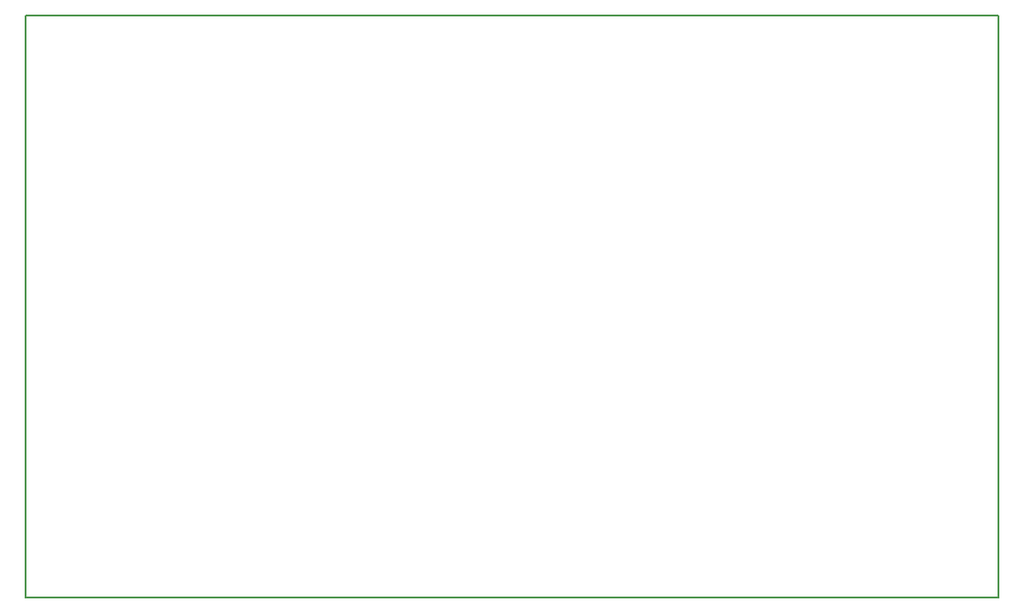
<source format=gbr>
G04 PROTEUS RS274X GERBER FILE*
%FSLAX45Y45*%
%MOMM*%
G01*
%ADD17C,0.203200*%
D17*
X+60960Y+60960D02*
X+9077960Y+60960D01*
X+9077960Y+5458460D01*
X+60960Y+5458460D01*
X+60960Y+60960D01*
M02*

</source>
